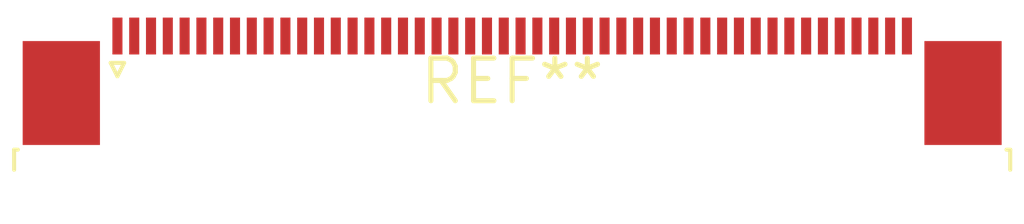
<source format=kicad_pcb>
(kicad_pcb (version 20240108) (generator pcbnew)
  (layers (0 "F.Cu" signal) (31 "B.Cu" signal) (34 "B.Paste" user) (35 "F.Paste" user) (36 "B.SilkS" user "B.Silkscreen") (37 "F.SilkS" user "F.Silkscreen") (38 "B.Mask" user) (39 "F.Mask" user) (44 "Edge.Cuts" user))
  (net 0 "")
  (footprint "TE_4-1734839-8_1x48-1MP_P0.5mm_Horizontal" (layer "F.Cu") (at 0 0)
    (property "Reference" "REF**")
    (property "Value" "PCB Edge")
    (fp_line (start -14.825 2.04) (end -14.825 2.64) (layer "F.SilkS") (stroke (width 0.12)))
    (fp_line (start -14.715 2.04) (end -14.825 2.04) (layer "F.SilkS") (stroke (width 0.12)))
    (fp_line (start -11.95 -0.55) (end -11.75 -0.15) (layer "F.SilkS") (stroke (width 0.12)))
    (fp_line (start -11.75 -0.15) (end -11.55 -0.55) (layer "F.SilkS") (stroke (width 0.12)))
    (fp_line (start -11.55 -0.55) (end -11.95 -0.55) (layer "F.SilkS") (stroke (width 0.12)))
    (fp_line (start 14.715 2.04) (end 14.825 2.04) (layer "F.SilkS") (stroke (width 0.12)))
    (fp_line (start 14.825 2.04) (end 14.825 2.64) (layer "F.SilkS") (stroke (width 0.12)))
    (pad "1" smd rect (at -11.75 -1.35) (size 0.3 1.1) (layers "F.Cu" "F.Paste" "F.Mask"))
    (pad "2" smd rect (at -11.25 -1.35) (size 0.3 1.1) (layers "F.Cu" "F.Paste" "F.Mask"))
    (pad "3" smd rect (at -10.75 -1.35) (size 0.3 1.1) (layers "F.Cu" "F.Paste" "F.Mask"))
    (pad "4" smd rect (at -10.25 -1.35) (size 0.3 1.1) (layers "F.Cu" "F.Paste" "F.Mask"))
    (pad "5" smd rect (at -9.75 -1.35) (size 0.3 1.1) (layers "F.Cu" "F.Paste" "F.Mask"))
    (pad "6" smd rect (at -9.25 -1.35) (size 0.3 1.1) (layers "F.Cu" "F.Paste" "F.Mask"))
    (pad "7" smd rect (at -8.75 -1.35) (size 0.3 1.1) (layers "F.Cu" "F.Paste" "F.Mask"))
    (pad "8" smd rect (at -8.25 -1.35) (size 0.3 1.1) (layers "F.Cu" "F.Paste" "F.Mask"))
    (pad "9" smd rect (at -7.75 -1.35) (size 0.3 1.1) (layers "F.Cu" "F.Paste" "F.Mask"))
    (pad "10" smd rect (at -7.25 -1.35) (size 0.3 1.1) (layers "F.Cu" "F.Paste" "F.Mask"))
    (pad "11" smd rect (at -6.75 -1.35) (size 0.3 1.1) (layers "F.Cu" "F.Paste" "F.Mask"))
    (pad "12" smd rect (at -6.25 -1.35) (size 0.3 1.1) (layers "F.Cu" "F.Paste" "F.Mask"))
    (pad "13" smd rect (at -5.75 -1.35) (size 0.3 1.1) (layers "F.Cu" "F.Paste" "F.Mask"))
    (pad "14" smd rect (at -5.25 -1.35) (size 0.3 1.1) (layers "F.Cu" "F.Paste" "F.Mask"))
    (pad "15" smd rect (at -4.75 -1.35) (size 0.3 1.1) (layers "F.Cu" "F.Paste" "F.Mask"))
    (pad "16" smd rect (at -4.25 -1.35) (size 0.3 1.1) (layers "F.Cu" "F.Paste" "F.Mask"))
    (pad "17" smd rect (at -3.75 -1.35) (size 0.3 1.1) (layers "F.Cu" "F.Paste" "F.Mask"))
    (pad "18" smd rect (at -3.25 -1.35) (size 0.3 1.1) (layers "F.Cu" "F.Paste" "F.Mask"))
    (pad "19" smd rect (at -2.75 -1.35) (size 0.3 1.1) (layers "F.Cu" "F.Paste" "F.Mask"))
    (pad "20" smd rect (at -2.25 -1.35) (size 0.3 1.1) (layers "F.Cu" "F.Paste" "F.Mask"))
    (pad "21" smd rect (at -1.75 -1.35) (size 0.3 1.1) (layers "F.Cu" "F.Paste" "F.Mask"))
    (pad "22" smd rect (at -1.25 -1.35) (size 0.3 1.1) (layers "F.Cu" "F.Paste" "F.Mask"))
    (pad "23" smd rect (at -0.75 -1.35) (size 0.3 1.1) (layers "F.Cu" "F.Paste" "F.Mask"))
    (pad "24" smd rect (at -0.25 -1.35) (size 0.3 1.1) (layers "F.Cu" "F.Paste" "F.Mask"))
    (pad "25" smd rect (at 0.25 -1.35) (size 0.3 1.1) (layers "F.Cu" "F.Paste" "F.Mask"))
    (pad "26" smd rect (at 0.75 -1.35) (size 0.3 1.1) (layers "F.Cu" "F.Paste" "F.Mask"))
    (pad "27" smd rect (at 1.25 -1.35) (size 0.3 1.1) (layers "F.Cu" "F.Paste" "F.Mask"))
    (pad "28" smd rect (at 1.75 -1.35) (size 0.3 1.1) (layers "F.Cu" "F.Paste" "F.Mask"))
    (pad "29" smd rect (at 2.25 -1.35) (size 0.3 1.1) (layers "F.Cu" "F.Paste" "F.Mask"))
    (pad "30" smd rect (at 2.75 -1.35) (size 0.3 1.1) (layers "F.Cu" "F.Paste" "F.Mask"))
    (pad "31" smd rect (at 3.25 -1.35) (size 0.3 1.1) (layers "F.Cu" "F.Paste" "F.Mask"))
    (pad "32" smd rect (at 3.75 -1.35) (size 0.3 1.1) (layers "F.Cu" "F.Paste" "F.Mask"))
    (pad "33" smd rect (at 4.25 -1.35) (size 0.3 1.1) (layers "F.Cu" "F.Paste" "F.Mask"))
    (pad "34" smd rect (at 4.75 -1.35) (size 0.3 1.1) (layers "F.Cu" "F.Paste" "F.Mask"))
    (pad "35" smd rect (at 5.25 -1.35) (size 0.3 1.1) (layers "F.Cu" "F.Paste" "F.Mask"))
    (pad "36" smd rect (at 5.75 -1.35) (size 0.3 1.1) (layers "F.Cu" "F.Paste" "F.Mask"))
    (pad "37" smd rect (at 6.25 -1.35) (size 0.3 1.1) (layers "F.Cu" "F.Paste" "F.Mask"))
    (pad "38" smd rect (at 6.75 -1.35) (size 0.3 1.1) (layers "F.Cu" "F.Paste" "F.Mask"))
    (pad "39" smd rect (at 7.25 -1.35) (size 0.3 1.1) (layers "F.Cu" "F.Paste" "F.Mask"))
    (pad "40" smd rect (at 7.75 -1.35) (size 0.3 1.1) (layers "F.Cu" "F.Paste" "F.Mask"))
    (pad "41" smd rect (at 8.25 -1.35) (size 0.3 1.1) (layers "F.Cu" "F.Paste" "F.Mask"))
    (pad "42" smd rect (at 8.75 -1.35) (size 0.3 1.1) (layers "F.Cu" "F.Paste" "F.Mask"))
    (pad "43" smd rect (at 9.25 -1.35) (size 0.3 1.1) (layers "F.Cu" "F.Paste" "F.Mask"))
    (pad "44" smd rect (at 9.75 -1.35) (size 0.3 1.1) (layers "F.Cu" "F.Paste" "F.Mask"))
    (pad "45" smd rect (at 10.25 -1.35) (size 0.3 1.1) (layers "F.Cu" "F.Paste" "F.Mask"))
    (pad "46" smd rect (at 10.75 -1.35) (size 0.3 1.1) (layers "F.Cu" "F.Paste" "F.Mask"))
    (pad "47" smd rect (at 11.25 -1.35) (size 0.3 1.1) (layers "F.Cu" "F.Paste" "F.Mask"))
    (pad "48" smd rect (at 11.75 -1.35) (size 0.3 1.1) (layers "F.Cu" "F.Paste" "F.Mask"))
    (pad "MP" smd rect (at -13.42 0.35) (size 2.3 3.1) (layers "F.Cu" "F.Paste" "F.Mask"))
    (pad "MP" smd rect (at 13.42 0.35) (size 2.3 3.1) (layers "F.Cu" "F.Paste" "F.Mask"))
  )
)
</source>
